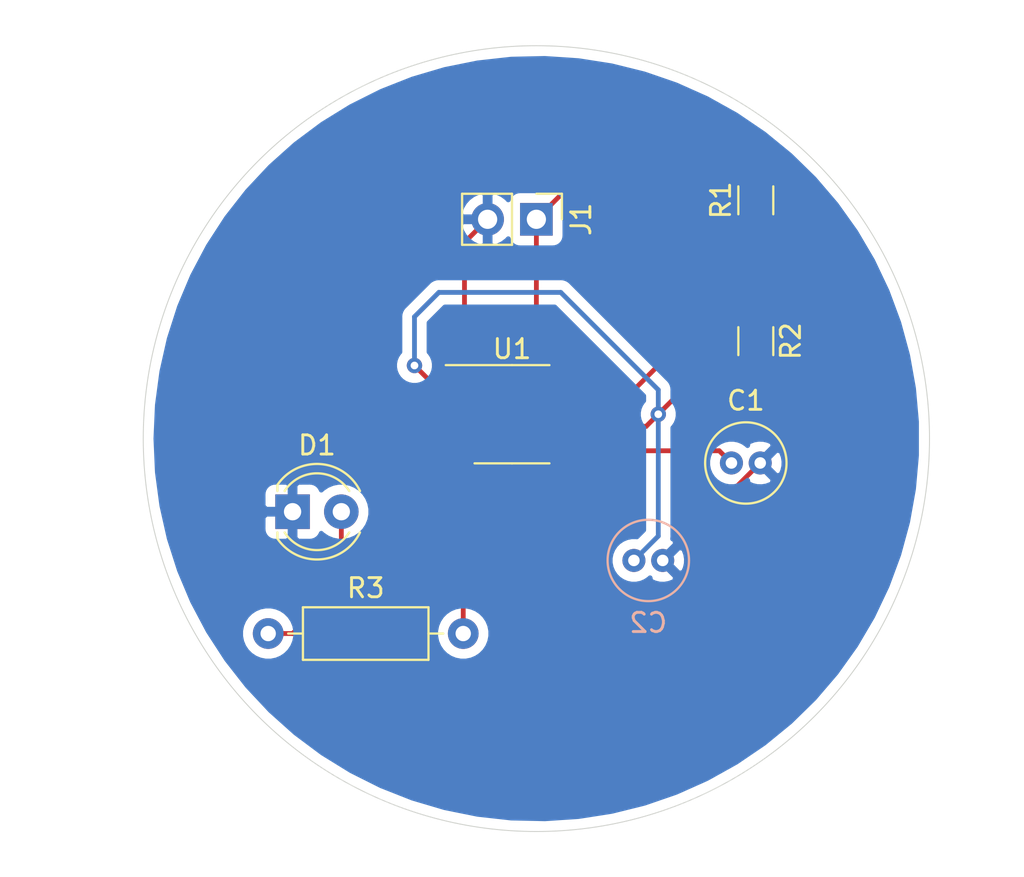
<source format=kicad_pcb>
(kicad_pcb (version 20171130) (host pcbnew "(5.1.12-1-10_14)")

  (general
    (thickness 1.6)
    (drawings 1)
    (tracks 41)
    (zones 0)
    (modules 8)
    (nets 8)
  )

  (page A4)
  (layers
    (0 F.Cu signal)
    (31 B.Cu signal)
    (32 B.Adhes user)
    (33 F.Adhes user)
    (34 B.Paste user)
    (35 F.Paste user)
    (36 B.SilkS user)
    (37 F.SilkS user)
    (38 B.Mask user)
    (39 F.Mask user)
    (40 Dwgs.User user)
    (41 Cmts.User user)
    (42 Eco1.User user)
    (43 Eco2.User user)
    (44 Edge.Cuts user)
    (45 Margin user)
    (46 B.CrtYd user)
    (47 F.CrtYd user)
    (48 B.Fab user)
    (49 F.Fab user)
  )

  (setup
    (last_trace_width 0.25)
    (trace_clearance 0.2)
    (zone_clearance 0.508)
    (zone_45_only no)
    (trace_min 0.2)
    (via_size 0.8)
    (via_drill 0.4)
    (via_min_size 0.4)
    (via_min_drill 0.3)
    (uvia_size 0.3)
    (uvia_drill 0.1)
    (uvias_allowed no)
    (uvia_min_size 0.2)
    (uvia_min_drill 0.1)
    (edge_width 0.05)
    (segment_width 0.2)
    (pcb_text_width 0.3)
    (pcb_text_size 1.5 1.5)
    (mod_edge_width 0.12)
    (mod_text_size 1 1)
    (mod_text_width 0.15)
    (pad_size 1.524 1.524)
    (pad_drill 0.762)
    (pad_to_mask_clearance 0)
    (aux_axis_origin 0 0)
    (visible_elements FFFFFF7F)
    (pcbplotparams
      (layerselection 0x010fc_ffffffff)
      (usegerberextensions false)
      (usegerberattributes true)
      (usegerberadvancedattributes true)
      (creategerberjobfile true)
      (excludeedgelayer true)
      (linewidth 0.100000)
      (plotframeref false)
      (viasonmask false)
      (mode 1)
      (useauxorigin false)
      (hpglpennumber 1)
      (hpglpenspeed 20)
      (hpglpendiameter 15.000000)
      (psnegative false)
      (psa4output false)
      (plotreference true)
      (plotvalue true)
      (plotinvisibletext false)
      (padsonsilk false)
      (subtractmaskfromsilk false)
      (outputformat 1)
      (mirror false)
      (drillshape 1)
      (scaleselection 1)
      (outputdirectory ""))
  )

  (net 0 "")
  (net 1 "Net-(C1-Pad1)")
  (net 2 GND)
  (net 3 "Net-(C2-Pad1)")
  (net 4 "Net-(D1-Pad2)")
  (net 5 VCC)
  (net 6 "Net-(R1-Pad1)")
  (net 7 "Net-(R3-Pad2)")

  (net_class Default "This is the default net class."
    (clearance 0.2)
    (trace_width 0.25)
    (via_dia 0.8)
    (via_drill 0.4)
    (uvia_dia 0.3)
    (uvia_drill 0.1)
    (add_net GND)
    (add_net "Net-(C1-Pad1)")
    (add_net "Net-(C2-Pad1)")
    (add_net "Net-(D1-Pad2)")
    (add_net "Net-(R1-Pad1)")
    (add_net "Net-(R3-Pad2)")
    (add_net VCC)
  )

  (module Capacitor_THT:C_Radial_D4.0mm_H5.0mm_P1.50mm (layer F.Cu) (tedit 5BC5C9B9) (tstamp 6245447F)
    (at 172.72 90.17)
    (descr "C, Radial series, Radial, pin pitch=1.50mm, diameter=4mm, height=5mm, Non-Polar Electrolytic Capacitor")
    (tags "C Radial series Radial pin pitch 1.50mm diameter 4mm height 5mm Non-Polar Electrolytic Capacitor")
    (path /62457765)
    (fp_text reference C1 (at 0.75 -3.25) (layer F.SilkS)
      (effects (font (size 1 1) (thickness 0.15)))
    )
    (fp_text value 0.01uF (at 0.75 3.25) (layer F.Fab)
      (effects (font (size 1 1) (thickness 0.15)))
    )
    (fp_circle (center 0.75 0) (end 3 0) (layer F.CrtYd) (width 0.05))
    (fp_circle (center 0.75 0) (end 2.87 0) (layer F.SilkS) (width 0.12))
    (fp_circle (center 0.75 0) (end 2.75 0) (layer F.Fab) (width 0.1))
    (fp_text user %R (at 0.75 0) (layer F.Fab)
      (effects (font (size 0.8 0.8) (thickness 0.12)))
    )
    (pad 1 thru_hole circle (at 0 0) (size 1.2 1.2) (drill 0.6) (layers *.Cu *.Mask)
      (net 1 "Net-(C1-Pad1)"))
    (pad 2 thru_hole circle (at 1.5 0) (size 1.2 1.2) (drill 0.6) (layers *.Cu *.Mask)
      (net 2 GND))
    (model ${KISYS3DMOD}/Capacitor_THT.3dshapes/C_Radial_D4.0mm_H5.0mm_P1.50mm.wrl
      (at (xyz 0 0 0))
      (scale (xyz 1 1 1))
      (rotate (xyz 0 0 0))
    )
  )

  (module Capacitor_THT:C_Radial_D4.0mm_H5.0mm_P1.50mm (layer B.Cu) (tedit 5BC5C9B9) (tstamp 62454489)
    (at 167.64 95.25)
    (descr "C, Radial series, Radial, pin pitch=1.50mm, diameter=4mm, height=5mm, Non-Polar Electrolytic Capacitor")
    (tags "C Radial series Radial pin pitch 1.50mm diameter 4mm height 5mm Non-Polar Electrolytic Capacitor")
    (path /624581D5)
    (fp_text reference C2 (at 0.75 3.25) (layer B.SilkS)
      (effects (font (size 1 1) (thickness 0.15)) (justify mirror))
    )
    (fp_text value 68uF (at 0.75 -3.25) (layer B.Fab)
      (effects (font (size 1 1) (thickness 0.15)) (justify mirror))
    )
    (fp_text user %R (at 0.75 0) (layer B.Fab)
      (effects (font (size 0.8 0.8) (thickness 0.12)) (justify mirror))
    )
    (fp_circle (center 0.75 0) (end 2.75 0) (layer B.Fab) (width 0.1))
    (fp_circle (center 0.75 0) (end 2.87 0) (layer B.SilkS) (width 0.12))
    (fp_circle (center 0.75 0) (end 3 0) (layer B.CrtYd) (width 0.05))
    (pad 2 thru_hole circle (at 1.5 0) (size 1.2 1.2) (drill 0.6) (layers *.Cu *.Mask)
      (net 2 GND))
    (pad 1 thru_hole circle (at 0 0) (size 1.2 1.2) (drill 0.6) (layers *.Cu *.Mask)
      (net 3 "Net-(C2-Pad1)"))
    (model ${KISYS3DMOD}/Capacitor_THT.3dshapes/C_Radial_D4.0mm_H5.0mm_P1.50mm.wrl
      (at (xyz 0 0 0))
      (scale (xyz 1 1 1))
      (rotate (xyz 0 0 0))
    )
  )

  (module LED_THT:LED_D4.0mm (layer F.Cu) (tedit 587A3A7B) (tstamp 6245449C)
    (at 149.86 92.71)
    (descr "LED, diameter 4.0mm, 2 pins, http://www.kingbright.com/attachments/file/psearch/000/00/00/L-43GD(Ver.12B).pdf")
    (tags "LED diameter 4.0mm 2 pins")
    (path /6245882E)
    (fp_text reference D1 (at 1.27 -3.46) (layer F.SilkS)
      (effects (font (size 1 1) (thickness 0.15)))
    )
    (fp_text value LED (at 1.27 3.46) (layer F.Fab)
      (effects (font (size 1 1) (thickness 0.15)))
    )
    (fp_line (start 4 -2.75) (end -1.45 -2.75) (layer F.CrtYd) (width 0.05))
    (fp_line (start 4 2.75) (end 4 -2.75) (layer F.CrtYd) (width 0.05))
    (fp_line (start -1.45 2.75) (end 4 2.75) (layer F.CrtYd) (width 0.05))
    (fp_line (start -1.45 -2.75) (end -1.45 2.75) (layer F.CrtYd) (width 0.05))
    (fp_line (start -0.79 1.08) (end -0.79 1.399) (layer F.SilkS) (width 0.12))
    (fp_line (start -0.79 -1.399) (end -0.79 -1.08) (layer F.SilkS) (width 0.12))
    (fp_line (start -0.73 -1.32665) (end -0.73 1.32665) (layer F.Fab) (width 0.1))
    (fp_circle (center 1.27 0) (end 3.27 0) (layer F.Fab) (width 0.1))
    (fp_arc (start 1.27 0) (end -0.73 -1.32665) (angle 292.9) (layer F.Fab) (width 0.1))
    (fp_arc (start 1.27 0) (end -0.79 -1.398749) (angle 120.1) (layer F.SilkS) (width 0.12))
    (fp_arc (start 1.27 0) (end -0.79 1.398749) (angle -120.1) (layer F.SilkS) (width 0.12))
    (fp_arc (start 1.27 0) (end -0.41333 -1.08) (angle 114.6) (layer F.SilkS) (width 0.12))
    (fp_arc (start 1.27 0) (end -0.41333 1.08) (angle -114.6) (layer F.SilkS) (width 0.12))
    (pad 1 thru_hole rect (at 0 0) (size 1.8 1.8) (drill 0.9) (layers *.Cu *.Mask)
      (net 2 GND))
    (pad 2 thru_hole circle (at 2.54 0) (size 1.8 1.8) (drill 0.9) (layers *.Cu *.Mask)
      (net 4 "Net-(D1-Pad2)"))
    (model ${KISYS3DMOD}/LED_THT.3dshapes/LED_D4.0mm.wrl
      (at (xyz 0 0 0))
      (scale (xyz 1 1 1))
      (rotate (xyz 0 0 0))
    )
  )

  (module Connector_PinHeader_2.54mm:PinHeader_1x02_P2.54mm_Vertical (layer F.Cu) (tedit 59FED5CC) (tstamp 624544B2)
    (at 162.56 77.47 270)
    (descr "Through hole straight pin header, 1x02, 2.54mm pitch, single row")
    (tags "Through hole pin header THT 1x02 2.54mm single row")
    (path /6246C177)
    (fp_text reference J1 (at 0 -2.33 90) (layer F.SilkS)
      (effects (font (size 1 1) (thickness 0.15)))
    )
    (fp_text value Conn_01x02_Female (at 0 4.87 90) (layer F.Fab)
      (effects (font (size 1 1) (thickness 0.15)))
    )
    (fp_line (start 1.8 -1.8) (end -1.8 -1.8) (layer F.CrtYd) (width 0.05))
    (fp_line (start 1.8 4.35) (end 1.8 -1.8) (layer F.CrtYd) (width 0.05))
    (fp_line (start -1.8 4.35) (end 1.8 4.35) (layer F.CrtYd) (width 0.05))
    (fp_line (start -1.8 -1.8) (end -1.8 4.35) (layer F.CrtYd) (width 0.05))
    (fp_line (start -1.33 -1.33) (end 0 -1.33) (layer F.SilkS) (width 0.12))
    (fp_line (start -1.33 0) (end -1.33 -1.33) (layer F.SilkS) (width 0.12))
    (fp_line (start -1.33 1.27) (end 1.33 1.27) (layer F.SilkS) (width 0.12))
    (fp_line (start 1.33 1.27) (end 1.33 3.87) (layer F.SilkS) (width 0.12))
    (fp_line (start -1.33 1.27) (end -1.33 3.87) (layer F.SilkS) (width 0.12))
    (fp_line (start -1.33 3.87) (end 1.33 3.87) (layer F.SilkS) (width 0.12))
    (fp_line (start -1.27 -0.635) (end -0.635 -1.27) (layer F.Fab) (width 0.1))
    (fp_line (start -1.27 3.81) (end -1.27 -0.635) (layer F.Fab) (width 0.1))
    (fp_line (start 1.27 3.81) (end -1.27 3.81) (layer F.Fab) (width 0.1))
    (fp_line (start 1.27 -1.27) (end 1.27 3.81) (layer F.Fab) (width 0.1))
    (fp_line (start -0.635 -1.27) (end 1.27 -1.27) (layer F.Fab) (width 0.1))
    (fp_text user %R (at 0 1.27) (layer F.Fab)
      (effects (font (size 1 1) (thickness 0.15)))
    )
    (pad 1 thru_hole rect (at 0 0 270) (size 1.7 1.7) (drill 1) (layers *.Cu *.Mask)
      (net 5 VCC))
    (pad 2 thru_hole oval (at 0 2.54 270) (size 1.7 1.7) (drill 1) (layers *.Cu *.Mask)
      (net 2 GND))
    (model ${KISYS3DMOD}/Connector_PinHeader_2.54mm.3dshapes/PinHeader_1x02_P2.54mm_Vertical.wrl
      (at (xyz 0 0 0))
      (scale (xyz 1 1 1))
      (rotate (xyz 0 0 0))
    )
  )

  (module Resistor_SMD:R_1206_3216Metric_Pad1.30x1.75mm_HandSolder (layer F.Cu) (tedit 5F68FEEE) (tstamp 624544C3)
    (at 173.99 76.48 90)
    (descr "Resistor SMD 1206 (3216 Metric), square (rectangular) end terminal, IPC_7351 nominal with elongated pad for handsoldering. (Body size source: IPC-SM-782 page 72, https://www.pcb-3d.com/wordpress/wp-content/uploads/ipc-sm-782a_amendment_1_and_2.pdf), generated with kicad-footprint-generator")
    (tags "resistor handsolder")
    (path /62465211)
    (attr smd)
    (fp_text reference R1 (at 0 -1.82 90) (layer F.SilkS)
      (effects (font (size 1 1) (thickness 0.15)))
    )
    (fp_text value 10K (at 0 1.82 90) (layer F.Fab)
      (effects (font (size 1 1) (thickness 0.15)))
    )
    (fp_text user %R (at 0 0 90) (layer F.Fab)
      (effects (font (size 0.8 0.8) (thickness 0.12)))
    )
    (fp_line (start -1.6 0.8) (end -1.6 -0.8) (layer F.Fab) (width 0.1))
    (fp_line (start -1.6 -0.8) (end 1.6 -0.8) (layer F.Fab) (width 0.1))
    (fp_line (start 1.6 -0.8) (end 1.6 0.8) (layer F.Fab) (width 0.1))
    (fp_line (start 1.6 0.8) (end -1.6 0.8) (layer F.Fab) (width 0.1))
    (fp_line (start -0.727064 -0.91) (end 0.727064 -0.91) (layer F.SilkS) (width 0.12))
    (fp_line (start -0.727064 0.91) (end 0.727064 0.91) (layer F.SilkS) (width 0.12))
    (fp_line (start -2.45 1.12) (end -2.45 -1.12) (layer F.CrtYd) (width 0.05))
    (fp_line (start -2.45 -1.12) (end 2.45 -1.12) (layer F.CrtYd) (width 0.05))
    (fp_line (start 2.45 -1.12) (end 2.45 1.12) (layer F.CrtYd) (width 0.05))
    (fp_line (start 2.45 1.12) (end -2.45 1.12) (layer F.CrtYd) (width 0.05))
    (pad 2 smd roundrect (at 1.55 0 90) (size 1.3 1.75) (layers F.Cu F.Paste F.Mask) (roundrect_rratio 0.192308)
      (net 5 VCC))
    (pad 1 smd roundrect (at -1.55 0 90) (size 1.3 1.75) (layers F.Cu F.Paste F.Mask) (roundrect_rratio 0.192308)
      (net 6 "Net-(R1-Pad1)"))
    (model ${KISYS3DMOD}/Resistor_SMD.3dshapes/R_1206_3216Metric.wrl
      (at (xyz 0 0 0))
      (scale (xyz 1 1 1))
      (rotate (xyz 0 0 0))
    )
  )

  (module Resistor_SMD:R_1206_3216Metric_Pad1.30x1.75mm_HandSolder (layer F.Cu) (tedit 5F68FEEE) (tstamp 624544D4)
    (at 173.99 83.82 270)
    (descr "Resistor SMD 1206 (3216 Metric), square (rectangular) end terminal, IPC_7351 nominal with elongated pad for handsoldering. (Body size source: IPC-SM-782 page 72, https://www.pcb-3d.com/wordpress/wp-content/uploads/ipc-sm-782a_amendment_1_and_2.pdf), generated with kicad-footprint-generator")
    (tags "resistor handsolder")
    (path /62461C83)
    (attr smd)
    (fp_text reference R2 (at 0 -1.82 90) (layer F.SilkS)
      (effects (font (size 1 1) (thickness 0.15)))
    )
    (fp_text value 10K (at 0 1.82 90) (layer F.Fab)
      (effects (font (size 1 1) (thickness 0.15)))
    )
    (fp_line (start 2.45 1.12) (end -2.45 1.12) (layer F.CrtYd) (width 0.05))
    (fp_line (start 2.45 -1.12) (end 2.45 1.12) (layer F.CrtYd) (width 0.05))
    (fp_line (start -2.45 -1.12) (end 2.45 -1.12) (layer F.CrtYd) (width 0.05))
    (fp_line (start -2.45 1.12) (end -2.45 -1.12) (layer F.CrtYd) (width 0.05))
    (fp_line (start -0.727064 0.91) (end 0.727064 0.91) (layer F.SilkS) (width 0.12))
    (fp_line (start -0.727064 -0.91) (end 0.727064 -0.91) (layer F.SilkS) (width 0.12))
    (fp_line (start 1.6 0.8) (end -1.6 0.8) (layer F.Fab) (width 0.1))
    (fp_line (start 1.6 -0.8) (end 1.6 0.8) (layer F.Fab) (width 0.1))
    (fp_line (start -1.6 -0.8) (end 1.6 -0.8) (layer F.Fab) (width 0.1))
    (fp_line (start -1.6 0.8) (end -1.6 -0.8) (layer F.Fab) (width 0.1))
    (fp_text user %R (at 0 0 90) (layer F.Fab)
      (effects (font (size 0.8 0.8) (thickness 0.12)))
    )
    (pad 1 smd roundrect (at -1.55 0 270) (size 1.3 1.75) (layers F.Cu F.Paste F.Mask) (roundrect_rratio 0.192308)
      (net 6 "Net-(R1-Pad1)"))
    (pad 2 smd roundrect (at 1.55 0 270) (size 1.3 1.75) (layers F.Cu F.Paste F.Mask) (roundrect_rratio 0.192308)
      (net 3 "Net-(C2-Pad1)"))
    (model ${KISYS3DMOD}/Resistor_SMD.3dshapes/R_1206_3216Metric.wrl
      (at (xyz 0 0 0))
      (scale (xyz 1 1 1))
      (rotate (xyz 0 0 0))
    )
  )

  (module Resistor_THT:R_Axial_DIN0207_L6.3mm_D2.5mm_P10.16mm_Horizontal (layer F.Cu) (tedit 5AE5139B) (tstamp 624544EB)
    (at 148.59 99.06)
    (descr "Resistor, Axial_DIN0207 series, Axial, Horizontal, pin pitch=10.16mm, 0.25W = 1/4W, length*diameter=6.3*2.5mm^2, http://cdn-reichelt.de/documents/datenblatt/B400/1_4W%23YAG.pdf")
    (tags "Resistor Axial_DIN0207 series Axial Horizontal pin pitch 10.16mm 0.25W = 1/4W length 6.3mm diameter 2.5mm")
    (path /6245B6CA)
    (fp_text reference R3 (at 5.08 -2.37) (layer F.SilkS)
      (effects (font (size 1 1) (thickness 0.15)))
    )
    (fp_text value 130 (at 5.08 2.37) (layer F.Fab)
      (effects (font (size 1 1) (thickness 0.15)))
    )
    (fp_line (start 11.21 -1.5) (end -1.05 -1.5) (layer F.CrtYd) (width 0.05))
    (fp_line (start 11.21 1.5) (end 11.21 -1.5) (layer F.CrtYd) (width 0.05))
    (fp_line (start -1.05 1.5) (end 11.21 1.5) (layer F.CrtYd) (width 0.05))
    (fp_line (start -1.05 -1.5) (end -1.05 1.5) (layer F.CrtYd) (width 0.05))
    (fp_line (start 9.12 0) (end 8.35 0) (layer F.SilkS) (width 0.12))
    (fp_line (start 1.04 0) (end 1.81 0) (layer F.SilkS) (width 0.12))
    (fp_line (start 8.35 -1.37) (end 1.81 -1.37) (layer F.SilkS) (width 0.12))
    (fp_line (start 8.35 1.37) (end 8.35 -1.37) (layer F.SilkS) (width 0.12))
    (fp_line (start 1.81 1.37) (end 8.35 1.37) (layer F.SilkS) (width 0.12))
    (fp_line (start 1.81 -1.37) (end 1.81 1.37) (layer F.SilkS) (width 0.12))
    (fp_line (start 10.16 0) (end 8.23 0) (layer F.Fab) (width 0.1))
    (fp_line (start 0 0) (end 1.93 0) (layer F.Fab) (width 0.1))
    (fp_line (start 8.23 -1.25) (end 1.93 -1.25) (layer F.Fab) (width 0.1))
    (fp_line (start 8.23 1.25) (end 8.23 -1.25) (layer F.Fab) (width 0.1))
    (fp_line (start 1.93 1.25) (end 8.23 1.25) (layer F.Fab) (width 0.1))
    (fp_line (start 1.93 -1.25) (end 1.93 1.25) (layer F.Fab) (width 0.1))
    (fp_text user %R (at 5.08 0) (layer F.Fab)
      (effects (font (size 1 1) (thickness 0.15)))
    )
    (pad 1 thru_hole circle (at 0 0) (size 1.6 1.6) (drill 0.8) (layers *.Cu *.Mask)
      (net 4 "Net-(D1-Pad2)"))
    (pad 2 thru_hole oval (at 10.16 0) (size 1.6 1.6) (drill 0.8) (layers *.Cu *.Mask)
      (net 7 "Net-(R3-Pad2)"))
    (model ${KISYS3DMOD}/Resistor_THT.3dshapes/R_Axial_DIN0207_L6.3mm_D2.5mm_P10.16mm_Horizontal.wrl
      (at (xyz 0 0 0))
      (scale (xyz 1 1 1))
      (rotate (xyz 0 0 0))
    )
  )

  (module Package_SO:SOIC-8_3.9x4.9mm_P1.27mm (layer F.Cu) (tedit 5D9F72B1) (tstamp 62454505)
    (at 161.29 87.63)
    (descr "SOIC, 8 Pin (JEDEC MS-012AA, https://www.analog.com/media/en/package-pcb-resources/package/pkg_pdf/soic_narrow-r/r_8.pdf), generated with kicad-footprint-generator ipc_gullwing_generator.py")
    (tags "SOIC SO")
    (path /62456BF4)
    (attr smd)
    (fp_text reference U1 (at 0 -3.4) (layer F.SilkS)
      (effects (font (size 1 1) (thickness 0.15)))
    )
    (fp_text value LM555xM (at 0 3.4) (layer F.Fab)
      (effects (font (size 1 1) (thickness 0.15)))
    )
    (fp_line (start 3.7 -2.7) (end -3.7 -2.7) (layer F.CrtYd) (width 0.05))
    (fp_line (start 3.7 2.7) (end 3.7 -2.7) (layer F.CrtYd) (width 0.05))
    (fp_line (start -3.7 2.7) (end 3.7 2.7) (layer F.CrtYd) (width 0.05))
    (fp_line (start -3.7 -2.7) (end -3.7 2.7) (layer F.CrtYd) (width 0.05))
    (fp_line (start -1.95 -1.475) (end -0.975 -2.45) (layer F.Fab) (width 0.1))
    (fp_line (start -1.95 2.45) (end -1.95 -1.475) (layer F.Fab) (width 0.1))
    (fp_line (start 1.95 2.45) (end -1.95 2.45) (layer F.Fab) (width 0.1))
    (fp_line (start 1.95 -2.45) (end 1.95 2.45) (layer F.Fab) (width 0.1))
    (fp_line (start -0.975 -2.45) (end 1.95 -2.45) (layer F.Fab) (width 0.1))
    (fp_line (start 0 -2.56) (end -3.45 -2.56) (layer F.SilkS) (width 0.12))
    (fp_line (start 0 -2.56) (end 1.95 -2.56) (layer F.SilkS) (width 0.12))
    (fp_line (start 0 2.56) (end -1.95 2.56) (layer F.SilkS) (width 0.12))
    (fp_line (start 0 2.56) (end 1.95 2.56) (layer F.SilkS) (width 0.12))
    (fp_text user %R (at 0 0) (layer F.Fab)
      (effects (font (size 0.98 0.98) (thickness 0.15)))
    )
    (pad 1 smd roundrect (at -2.475 -1.905) (size 1.95 0.6) (layers F.Cu F.Paste F.Mask) (roundrect_rratio 0.25)
      (net 2 GND))
    (pad 2 smd roundrect (at -2.475 -0.635) (size 1.95 0.6) (layers F.Cu F.Paste F.Mask) (roundrect_rratio 0.25)
      (net 3 "Net-(C2-Pad1)"))
    (pad 3 smd roundrect (at -2.475 0.635) (size 1.95 0.6) (layers F.Cu F.Paste F.Mask) (roundrect_rratio 0.25)
      (net 7 "Net-(R3-Pad2)"))
    (pad 4 smd roundrect (at -2.475 1.905) (size 1.95 0.6) (layers F.Cu F.Paste F.Mask) (roundrect_rratio 0.25)
      (net 5 VCC))
    (pad 5 smd roundrect (at 2.475 1.905) (size 1.95 0.6) (layers F.Cu F.Paste F.Mask) (roundrect_rratio 0.25)
      (net 1 "Net-(C1-Pad1)"))
    (pad 6 smd roundrect (at 2.475 0.635) (size 1.95 0.6) (layers F.Cu F.Paste F.Mask) (roundrect_rratio 0.25)
      (net 3 "Net-(C2-Pad1)"))
    (pad 7 smd roundrect (at 2.475 -0.635) (size 1.95 0.6) (layers F.Cu F.Paste F.Mask) (roundrect_rratio 0.25)
      (net 6 "Net-(R1-Pad1)"))
    (pad 8 smd roundrect (at 2.475 -1.905) (size 1.95 0.6) (layers F.Cu F.Paste F.Mask) (roundrect_rratio 0.25)
      (net 5 VCC))
    (model ${KISYS3DMOD}/Package_SO.3dshapes/SOIC-8_3.9x4.9mm_P1.27mm.wrl
      (at (xyz 0 0 0))
      (scale (xyz 1 1 1))
      (rotate (xyz 0 0 0))
    )
  )

  (gr_circle (center 162.56 88.9) (end 182.88 91.44) (layer Edge.Cuts) (width 0.05))

  (segment (start 172.085 89.535) (end 172.72 90.17) (width 0.25) (layer F.Cu) (net 1))
  (segment (start 163.765 89.535) (end 172.085 89.535) (width 0.25) (layer F.Cu) (net 1))
  (segment (start 174.22 90.17) (end 169.14 95.25) (width 0.25) (layer F.Cu) (net 2))
  (segment (start 158.815 78.675) (end 160.02 77.47) (width 0.25) (layer F.Cu) (net 2))
  (segment (start 158.815 85.725) (end 158.815 78.675) (width 0.25) (layer F.Cu) (net 2))
  (segment (start 163.765 88.265) (end 168.275 88.265) (width 0.25) (layer F.Cu) (net 3))
  (segment (start 171.17 85.37) (end 173.99 85.37) (width 0.25) (layer F.Cu) (net 3))
  (segment (start 168.275 88.265) (end 168.91 87.63) (width 0.25) (layer F.Cu) (net 3))
  (segment (start 168.91 87.63) (end 171.17 85.37) (width 0.25) (layer F.Cu) (net 3) (tstamp 62454875))
  (via (at 168.91 87.63) (size 0.8) (drill 0.4) (layers F.Cu B.Cu) (net 3))
  (segment (start 168.91 93.98) (end 167.64 95.25) (width 0.25) (layer B.Cu) (net 3))
  (segment (start 168.91 87.63) (end 168.91 93.98) (width 0.25) (layer B.Cu) (net 3))
  (via (at 156.21 85.09) (size 0.8) (drill 0.4) (layers F.Cu B.Cu) (net 3))
  (segment (start 158.115 86.995) (end 156.21 85.09) (width 0.25) (layer F.Cu) (net 3))
  (segment (start 158.815 86.995) (end 158.115 86.995) (width 0.25) (layer F.Cu) (net 3))
  (segment (start 163.83 81.28) (end 168.91 86.36) (width 0.25) (layer B.Cu) (net 3))
  (segment (start 157.48 81.28) (end 163.83 81.28) (width 0.25) (layer B.Cu) (net 3))
  (segment (start 168.91 86.36) (end 168.91 87.63) (width 0.25) (layer B.Cu) (net 3))
  (segment (start 156.21 82.55) (end 157.48 81.28) (width 0.25) (layer B.Cu) (net 3))
  (segment (start 156.21 85.09) (end 156.21 82.55) (width 0.25) (layer B.Cu) (net 3))
  (segment (start 148.59 99.06) (end 149.86 99.06) (width 0.25) (layer F.Cu) (net 4))
  (segment (start 152.4 96.52) (end 152.4 92.71) (width 0.25) (layer F.Cu) (net 4))
  (segment (start 149.86 99.06) (end 152.4 96.52) (width 0.25) (layer F.Cu) (net 4))
  (segment (start 165.1 74.93) (end 162.56 77.47) (width 0.25) (layer F.Cu) (net 5))
  (segment (start 173.99 74.93) (end 165.1 74.93) (width 0.25) (layer F.Cu) (net 5))
  (segment (start 162.56 84.52) (end 163.765 85.725) (width 0.25) (layer F.Cu) (net 5))
  (segment (start 162.56 77.47) (end 162.56 84.52) (width 0.25) (layer F.Cu) (net 5))
  (segment (start 158.815 89.535) (end 160.655 89.535) (width 0.25) (layer F.Cu) (net 5))
  (segment (start 160.655 89.535) (end 161.29 88.9) (width 0.25) (layer F.Cu) (net 5))
  (segment (start 162.79 85.725) (end 163.765 85.725) (width 0.25) (layer F.Cu) (net 5))
  (segment (start 161.29 87.225) (end 162.79 85.725) (width 0.25) (layer F.Cu) (net 5))
  (segment (start 161.29 88.9) (end 161.29 87.225) (width 0.25) (layer F.Cu) (net 5))
  (segment (start 173.99 78.03) (end 173.99 82.27) (width 0.25) (layer F.Cu) (net 6))
  (segment (start 173.99 82.27) (end 171.73 82.27) (width 0.25) (layer F.Cu) (net 6))
  (segment (start 167.005 86.995) (end 163.765 86.995) (width 0.25) (layer F.Cu) (net 6))
  (segment (start 171.73 82.27) (end 167.005 86.995) (width 0.25) (layer F.Cu) (net 6))
  (segment (start 158.815 88.265) (end 156.845 88.265) (width 0.25) (layer F.Cu) (net 7))
  (segment (start 156.845 88.265) (end 156.21 88.9) (width 0.25) (layer F.Cu) (net 7))
  (segment (start 156.21 88.9) (end 156.21 91.44) (width 0.25) (layer F.Cu) (net 7))
  (segment (start 158.75 93.98) (end 158.75 99.06) (width 0.25) (layer F.Cu) (net 7))
  (segment (start 156.21 91.44) (end 158.75 93.98) (width 0.25) (layer F.Cu) (net 7))

  (zone (net 2) (net_name GND) (layer B.Cu) (tstamp 624548D0) (hatch edge 0.508)
    (connect_pads (clearance 0.508))
    (min_thickness 0.254)
    (fill yes (arc_segments 32) (thermal_gap 0.508) (thermal_bridge_width 0.508))
    (polygon
      (pts
        (xy 187.96 111.76) (xy 134.62 111.76) (xy 134.62 66.04) (xy 187.96 66.04)
      )
    )
    (filled_polygon
      (pts
        (xy 164.747803 69.202995) (xy 166.480065 69.473431) (xy 168.181647 69.895907) (xy 169.839233 70.467115) (xy 171.439848 71.182586)
        (xy 172.970967 72.036719) (xy 174.420605 73.02283) (xy 175.777418 74.133202) (xy 177.030787 75.359144) (xy 178.170903 76.691061)
        (xy 179.188842 78.11853) (xy 180.076638 79.630379) (xy 180.827342 81.214775) (xy 181.43508 82.859318) (xy 181.895094 84.551138)
        (xy 182.203786 86.276993) (xy 182.358738 88.023378) (xy 182.358738 89.776622) (xy 182.203786 91.523007) (xy 181.895094 93.248862)
        (xy 181.43508 94.940682) (xy 180.827342 96.585225) (xy 180.076638 98.169621) (xy 179.188842 99.68147) (xy 178.170903 101.108939)
        (xy 177.030787 102.440856) (xy 175.777418 103.666798) (xy 174.420605 104.77717) (xy 172.970967 105.763281) (xy 171.439848 106.617414)
        (xy 169.839233 107.332885) (xy 168.181647 107.904093) (xy 166.480065 108.326569) (xy 164.747803 108.597005) (xy 162.998419 108.713285)
        (xy 161.245603 108.6745) (xy 159.503074 108.480952) (xy 157.78447 108.134157) (xy 156.10324 107.636828) (xy 154.472544 106.992858)
        (xy 152.905143 106.207288) (xy 151.413304 105.286264) (xy 150.008703 104.236995) (xy 148.702334 103.067694) (xy 147.504419 101.787511)
        (xy 146.424334 100.406466) (xy 145.470533 98.935368) (xy 145.461694 98.918665) (xy 147.155 98.918665) (xy 147.155 99.201335)
        (xy 147.210147 99.478574) (xy 147.31832 99.739727) (xy 147.475363 99.974759) (xy 147.675241 100.174637) (xy 147.910273 100.33168)
        (xy 148.171426 100.439853) (xy 148.448665 100.495) (xy 148.731335 100.495) (xy 149.008574 100.439853) (xy 149.269727 100.33168)
        (xy 149.504759 100.174637) (xy 149.704637 99.974759) (xy 149.86168 99.739727) (xy 149.969853 99.478574) (xy 150.025 99.201335)
        (xy 150.025 98.918665) (xy 157.315 98.918665) (xy 157.315 99.201335) (xy 157.370147 99.478574) (xy 157.47832 99.739727)
        (xy 157.635363 99.974759) (xy 157.835241 100.174637) (xy 158.070273 100.33168) (xy 158.331426 100.439853) (xy 158.608665 100.495)
        (xy 158.891335 100.495) (xy 159.168574 100.439853) (xy 159.429727 100.33168) (xy 159.664759 100.174637) (xy 159.864637 99.974759)
        (xy 160.02168 99.739727) (xy 160.129853 99.478574) (xy 160.185 99.201335) (xy 160.185 98.918665) (xy 160.129853 98.641426)
        (xy 160.02168 98.380273) (xy 159.864637 98.145241) (xy 159.664759 97.945363) (xy 159.429727 97.78832) (xy 159.168574 97.680147)
        (xy 158.891335 97.625) (xy 158.608665 97.625) (xy 158.331426 97.680147) (xy 158.070273 97.78832) (xy 157.835241 97.945363)
        (xy 157.635363 98.145241) (xy 157.47832 98.380273) (xy 157.370147 98.641426) (xy 157.315 98.918665) (xy 150.025 98.918665)
        (xy 149.969853 98.641426) (xy 149.86168 98.380273) (xy 149.704637 98.145241) (xy 149.504759 97.945363) (xy 149.269727 97.78832)
        (xy 149.008574 97.680147) (xy 148.731335 97.625) (xy 148.448665 97.625) (xy 148.171426 97.680147) (xy 147.910273 97.78832)
        (xy 147.675241 97.945363) (xy 147.475363 98.145241) (xy 147.31832 98.380273) (xy 147.210147 98.641426) (xy 147.155 98.918665)
        (xy 145.461694 98.918665) (xy 144.650481 97.385729) (xy 143.970594 95.769677) (xy 143.436195 94.099861) (xy 143.326016 93.61)
        (xy 148.321928 93.61) (xy 148.334188 93.734482) (xy 148.370498 93.85418) (xy 148.429463 93.964494) (xy 148.508815 94.061185)
        (xy 148.605506 94.140537) (xy 148.71582 94.199502) (xy 148.835518 94.235812) (xy 148.96 94.248072) (xy 149.57425 94.245)
        (xy 149.733 94.08625) (xy 149.733 92.837) (xy 148.48375 92.837) (xy 148.325 92.99575) (xy 148.321928 93.61)
        (xy 143.326016 93.61) (xy 143.051466 92.38935) (xy 142.974107 91.81) (xy 148.321928 91.81) (xy 148.325 92.42425)
        (xy 148.48375 92.583) (xy 149.733 92.583) (xy 149.733 91.33375) (xy 149.987 91.33375) (xy 149.987 92.583)
        (xy 150.007 92.583) (xy 150.007 92.837) (xy 149.987 92.837) (xy 149.987 94.08625) (xy 150.14575 94.245)
        (xy 150.76 94.248072) (xy 150.884482 94.235812) (xy 151.00418 94.199502) (xy 151.114494 94.140537) (xy 151.211185 94.061185)
        (xy 151.290537 93.964494) (xy 151.349502 93.85418) (xy 151.355056 93.835873) (xy 151.421495 93.902312) (xy 151.672905 94.070299)
        (xy 151.952257 94.186011) (xy 152.248816 94.245) (xy 152.551184 94.245) (xy 152.847743 94.186011) (xy 153.127095 94.070299)
        (xy 153.378505 93.902312) (xy 153.592312 93.688505) (xy 153.760299 93.437095) (xy 153.876011 93.157743) (xy 153.935 92.861184)
        (xy 153.935 92.558816) (xy 153.876011 92.262257) (xy 153.760299 91.982905) (xy 153.592312 91.731495) (xy 153.378505 91.517688)
        (xy 153.127095 91.349701) (xy 152.847743 91.233989) (xy 152.551184 91.175) (xy 152.248816 91.175) (xy 151.952257 91.233989)
        (xy 151.672905 91.349701) (xy 151.421495 91.517688) (xy 151.355056 91.584127) (xy 151.349502 91.56582) (xy 151.290537 91.455506)
        (xy 151.211185 91.358815) (xy 151.114494 91.279463) (xy 151.00418 91.220498) (xy 150.884482 91.184188) (xy 150.76 91.171928)
        (xy 150.14575 91.175) (xy 149.987 91.33375) (xy 149.733 91.33375) (xy 149.57425 91.175) (xy 148.96 91.171928)
        (xy 148.835518 91.184188) (xy 148.71582 91.220498) (xy 148.605506 91.279463) (xy 148.508815 91.358815) (xy 148.429463 91.455506)
        (xy 148.370498 91.56582) (xy 148.334188 91.685518) (xy 148.321928 91.81) (xy 142.974107 91.81) (xy 142.819417 90.651529)
        (xy 142.741865 88.9) (xy 142.819417 87.148471) (xy 143.051466 85.41065) (xy 143.146514 84.988061) (xy 155.175 84.988061)
        (xy 155.175 85.191939) (xy 155.214774 85.391898) (xy 155.292795 85.580256) (xy 155.406063 85.749774) (xy 155.550226 85.893937)
        (xy 155.719744 86.007205) (xy 155.908102 86.085226) (xy 156.108061 86.125) (xy 156.311939 86.125) (xy 156.511898 86.085226)
        (xy 156.700256 86.007205) (xy 156.869774 85.893937) (xy 157.013937 85.749774) (xy 157.127205 85.580256) (xy 157.205226 85.391898)
        (xy 157.245 85.191939) (xy 157.245 84.988061) (xy 157.205226 84.788102) (xy 157.127205 84.599744) (xy 157.013937 84.430226)
        (xy 156.97 84.386289) (xy 156.97 82.864801) (xy 157.794802 82.04) (xy 163.515199 82.04) (xy 168.15 86.674802)
        (xy 168.15 86.926289) (xy 168.106063 86.970226) (xy 167.992795 87.139744) (xy 167.914774 87.328102) (xy 167.875 87.528061)
        (xy 167.875 87.731939) (xy 167.914774 87.931898) (xy 167.992795 88.120256) (xy 168.106063 88.289774) (xy 168.15 88.333711)
        (xy 168.150001 93.665197) (xy 167.793801 94.021398) (xy 167.761637 94.015) (xy 167.518363 94.015) (xy 167.279764 94.06246)
        (xy 167.055008 94.155557) (xy 166.852733 94.290713) (xy 166.680713 94.462733) (xy 166.545557 94.665008) (xy 166.45246 94.889764)
        (xy 166.405 95.128363) (xy 166.405 95.371637) (xy 166.45246 95.610236) (xy 166.545557 95.834992) (xy 166.680713 96.037267)
        (xy 166.852733 96.209287) (xy 167.055008 96.344443) (xy 167.279764 96.43754) (xy 167.518363 96.485) (xy 167.761637 96.485)
        (xy 168.000236 96.43754) (xy 168.224992 96.344443) (xy 168.427267 96.209287) (xy 168.481533 96.155021) (xy 168.517148 96.323348)
        (xy 168.738516 96.424237) (xy 168.975313 96.48) (xy 169.218438 96.488495) (xy 169.458549 96.449395) (xy 169.686418 96.364202)
        (xy 169.762852 96.323348) (xy 169.810159 96.099764) (xy 169.14 95.429605) (xy 169.125858 95.443748) (xy 168.946253 95.264143)
        (xy 168.960395 95.25) (xy 169.319605 95.25) (xy 169.989764 95.920159) (xy 170.213348 95.872852) (xy 170.314237 95.651484)
        (xy 170.37 95.414687) (xy 170.378495 95.171562) (xy 170.339395 94.931451) (xy 170.254202 94.703582) (xy 170.213348 94.627148)
        (xy 169.989764 94.579841) (xy 169.319605 95.25) (xy 168.960395 95.25) (xy 168.946253 95.235858) (xy 169.125858 95.056253)
        (xy 169.14 95.070395) (xy 169.810159 94.400236) (xy 169.762852 94.176652) (xy 169.658913 94.129282) (xy 169.659003 94.128986)
        (xy 169.67 94.017333) (xy 169.67 94.017324) (xy 169.673676 93.980001) (xy 169.67 93.942678) (xy 169.67 90.048363)
        (xy 171.485 90.048363) (xy 171.485 90.291637) (xy 171.53246 90.530236) (xy 171.625557 90.754992) (xy 171.760713 90.957267)
        (xy 171.932733 91.129287) (xy 172.135008 91.264443) (xy 172.359764 91.35754) (xy 172.598363 91.405) (xy 172.841637 91.405)
        (xy 173.080236 91.35754) (xy 173.304992 91.264443) (xy 173.507267 91.129287) (xy 173.561533 91.075021) (xy 173.597148 91.243348)
        (xy 173.818516 91.344237) (xy 174.055313 91.4) (xy 174.298438 91.408495) (xy 174.538549 91.369395) (xy 174.766418 91.284202)
        (xy 174.842852 91.243348) (xy 174.890159 91.019764) (xy 174.22 90.349605) (xy 174.205858 90.363748) (xy 174.026253 90.184143)
        (xy 174.040395 90.17) (xy 174.399605 90.17) (xy 175.069764 90.840159) (xy 175.293348 90.792852) (xy 175.394237 90.571484)
        (xy 175.45 90.334687) (xy 175.458495 90.091562) (xy 175.419395 89.851451) (xy 175.334202 89.623582) (xy 175.293348 89.547148)
        (xy 175.069764 89.499841) (xy 174.399605 90.17) (xy 174.040395 90.17) (xy 174.026253 90.155858) (xy 174.205858 89.976253)
        (xy 174.22 89.990395) (xy 174.890159 89.320236) (xy 174.842852 89.096652) (xy 174.621484 88.995763) (xy 174.384687 88.94)
        (xy 174.141562 88.931505) (xy 173.901451 88.970605) (xy 173.673582 89.055798) (xy 173.597148 89.096652) (xy 173.561533 89.264979)
        (xy 173.507267 89.210713) (xy 173.304992 89.075557) (xy 173.080236 88.98246) (xy 172.841637 88.935) (xy 172.598363 88.935)
        (xy 172.359764 88.98246) (xy 172.135008 89.075557) (xy 171.932733 89.210713) (xy 171.760713 89.382733) (xy 171.625557 89.585008)
        (xy 171.53246 89.809764) (xy 171.485 90.048363) (xy 169.67 90.048363) (xy 169.67 88.333711) (xy 169.713937 88.289774)
        (xy 169.827205 88.120256) (xy 169.905226 87.931898) (xy 169.945 87.731939) (xy 169.945 87.528061) (xy 169.905226 87.328102)
        (xy 169.827205 87.139744) (xy 169.713937 86.970226) (xy 169.67 86.926289) (xy 169.67 86.397323) (xy 169.673676 86.36)
        (xy 169.67 86.322677) (xy 169.67 86.322667) (xy 169.659003 86.211014) (xy 169.615546 86.067753) (xy 169.544975 85.935725)
        (xy 169.544974 85.935723) (xy 169.473799 85.848997) (xy 169.450001 85.819999) (xy 169.421004 85.796202) (xy 164.393804 80.769003)
        (xy 164.370001 80.739999) (xy 164.254276 80.645026) (xy 164.122247 80.574454) (xy 163.978986 80.530997) (xy 163.867333 80.52)
        (xy 163.867322 80.52) (xy 163.83 80.516324) (xy 163.792678 80.52) (xy 157.517322 80.52) (xy 157.479999 80.516324)
        (xy 157.442676 80.52) (xy 157.442667 80.52) (xy 157.331014 80.530997) (xy 157.187753 80.574454) (xy 157.055724 80.645026)
        (xy 156.939999 80.739999) (xy 156.916201 80.768997) (xy 155.698998 81.986201) (xy 155.67 82.009999) (xy 155.646202 82.038997)
        (xy 155.646201 82.038998) (xy 155.575026 82.125724) (xy 155.504454 82.257754) (xy 155.460998 82.401015) (xy 155.446324 82.55)
        (xy 155.450001 82.587332) (xy 155.45 84.386289) (xy 155.406063 84.430226) (xy 155.292795 84.599744) (xy 155.214774 84.788102)
        (xy 155.175 84.988061) (xy 143.146514 84.988061) (xy 143.436195 83.700139) (xy 143.970594 82.030323) (xy 144.650481 80.414271)
        (xy 145.470533 78.864632) (xy 146.143362 77.826891) (xy 158.578519 77.826891) (xy 158.675843 78.101252) (xy 158.824822 78.351355)
        (xy 159.019731 78.567588) (xy 159.25308 78.741641) (xy 159.515901 78.866825) (xy 159.66311 78.911476) (xy 159.893 78.790155)
        (xy 159.893 77.597) (xy 158.699186 77.597) (xy 158.578519 77.826891) (xy 146.143362 77.826891) (xy 146.424334 77.393534)
        (xy 146.643648 77.113109) (xy 158.578519 77.113109) (xy 158.699186 77.343) (xy 159.893 77.343) (xy 159.893 76.149845)
        (xy 160.147 76.149845) (xy 160.147 77.343) (xy 160.167 77.343) (xy 160.167 77.597) (xy 160.147 77.597)
        (xy 160.147 78.790155) (xy 160.37689 78.911476) (xy 160.524099 78.866825) (xy 160.78692 78.741641) (xy 161.020269 78.567588)
        (xy 161.096034 78.483534) (xy 161.120498 78.56418) (xy 161.179463 78.674494) (xy 161.258815 78.771185) (xy 161.355506 78.850537)
        (xy 161.46582 78.909502) (xy 161.585518 78.945812) (xy 161.71 78.958072) (xy 163.41 78.958072) (xy 163.534482 78.945812)
        (xy 163.65418 78.909502) (xy 163.764494 78.850537) (xy 163.861185 78.771185) (xy 163.940537 78.674494) (xy 163.999502 78.56418)
        (xy 164.035812 78.444482) (xy 164.048072 78.32) (xy 164.048072 76.62) (xy 164.035812 76.495518) (xy 163.999502 76.37582)
        (xy 163.940537 76.265506) (xy 163.861185 76.168815) (xy 163.764494 76.089463) (xy 163.65418 76.030498) (xy 163.534482 75.994188)
        (xy 163.41 75.981928) (xy 161.71 75.981928) (xy 161.585518 75.994188) (xy 161.46582 76.030498) (xy 161.355506 76.089463)
        (xy 161.258815 76.168815) (xy 161.179463 76.265506) (xy 161.120498 76.37582) (xy 161.096034 76.456466) (xy 161.020269 76.372412)
        (xy 160.78692 76.198359) (xy 160.524099 76.073175) (xy 160.37689 76.028524) (xy 160.147 76.149845) (xy 159.893 76.149845)
        (xy 159.66311 76.028524) (xy 159.515901 76.073175) (xy 159.25308 76.198359) (xy 159.019731 76.372412) (xy 158.824822 76.588645)
        (xy 158.675843 76.838748) (xy 158.578519 77.113109) (xy 146.643648 77.113109) (xy 147.504419 76.012489) (xy 148.702334 74.732306)
        (xy 150.008703 73.563005) (xy 151.413304 72.513736) (xy 152.905143 71.592712) (xy 154.472544 70.807142) (xy 156.10324 70.163172)
        (xy 157.78447 69.665843) (xy 159.503074 69.319048) (xy 161.245603 69.1255) (xy 162.998419 69.086715)
      )
    )
  )
)

</source>
